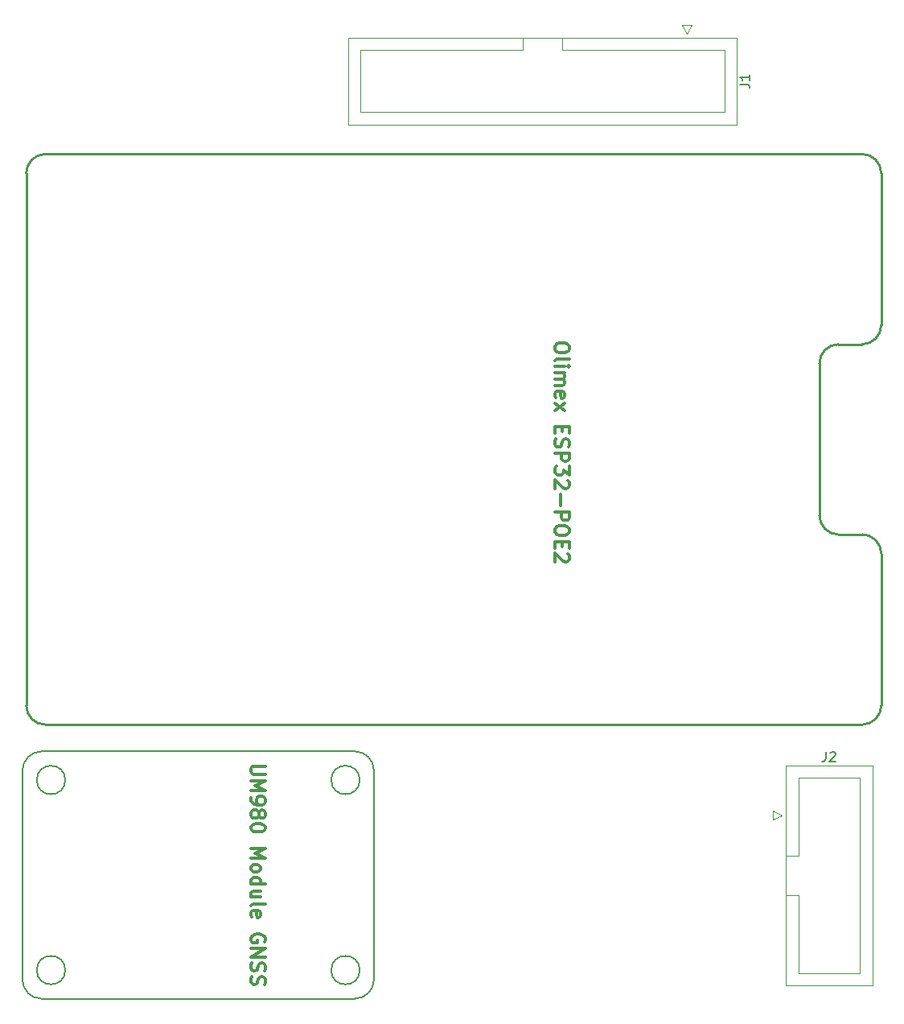
<source format=gbr>
%TF.GenerationSoftware,KiCad,Pcbnew,9.0.1*%
%TF.CreationDate,2025-05-18T15:09:49+03:00*%
%TF.ProjectId,gnss_motherboard,676e7373-5f6d-46f7-9468-6572626f6172,rev?*%
%TF.SameCoordinates,Original*%
%TF.FileFunction,Legend,Top*%
%TF.FilePolarity,Positive*%
%FSLAX46Y46*%
G04 Gerber Fmt 4.6, Leading zero omitted, Abs format (unit mm)*
G04 Created by KiCad (PCBNEW 9.0.1) date 2025-05-18 15:09:49*
%MOMM*%
%LPD*%
G01*
G04 APERTURE LIST*
%ADD10C,0.200000*%
%ADD11C,0.300000*%
%ADD12C,0.254000*%
%ADD13C,0.150000*%
%ADD14C,0.120000*%
G04 APERTURE END LIST*
D10*
X142352000Y-136821970D02*
X142352000Y-136821971D01*
X142852000Y-113821971D02*
G75*
G02*
X139852000Y-113821971I-1500000J0D01*
G01*
X139852000Y-113821971D02*
G75*
G02*
X142852000Y-113821971I1500000J0D01*
G01*
X142852000Y-133821971D02*
G75*
G02*
X139852000Y-133821971I-1500000J0D01*
G01*
X139852000Y-133821971D02*
G75*
G02*
X142852000Y-133821971I1500000J0D01*
G01*
X111852000Y-133821971D02*
G75*
G02*
X108852000Y-133821971I-1500000J0D01*
G01*
X108852000Y-133821971D02*
G75*
G02*
X111852000Y-133821971I1500000J0D01*
G01*
X111852000Y-113821971D02*
G75*
G02*
X108852000Y-113821971I-1500000J0D01*
G01*
X108852000Y-113821971D02*
G75*
G02*
X111852000Y-113821971I1500000J0D01*
G01*
X144352000Y-134821970D02*
G75*
G02*
X142352000Y-136821970I-2000000J0D01*
G01*
X109352000Y-136821971D02*
X142352000Y-136821971D01*
X109352000Y-136821971D02*
G75*
G02*
X107352000Y-134821972I-1J1999999D01*
G01*
X107352000Y-112822000D02*
X107352000Y-134821972D01*
X107352000Y-112822000D02*
G75*
G02*
X109339371Y-110821970I2000070J0D01*
G01*
X142352020Y-110821971D02*
X109339371Y-110821971D01*
X142352020Y-110821971D02*
G75*
G02*
X144351999Y-112821950I0J-1999979D01*
G01*
X144352000Y-134821970D02*
X144352000Y-112821950D01*
D11*
X132899171Y-112354510D02*
X131684885Y-112354510D01*
X131684885Y-112354510D02*
X131542028Y-112425939D01*
X131542028Y-112425939D02*
X131470600Y-112497368D01*
X131470600Y-112497368D02*
X131399171Y-112640225D01*
X131399171Y-112640225D02*
X131399171Y-112925939D01*
X131399171Y-112925939D02*
X131470600Y-113068796D01*
X131470600Y-113068796D02*
X131542028Y-113140225D01*
X131542028Y-113140225D02*
X131684885Y-113211653D01*
X131684885Y-113211653D02*
X132899171Y-113211653D01*
X131399171Y-113925939D02*
X132899171Y-113925939D01*
X132899171Y-113925939D02*
X131827742Y-114425939D01*
X131827742Y-114425939D02*
X132899171Y-114925939D01*
X132899171Y-114925939D02*
X131399171Y-114925939D01*
X131399171Y-115711654D02*
X131399171Y-115997368D01*
X131399171Y-115997368D02*
X131470600Y-116140225D01*
X131470600Y-116140225D02*
X131542028Y-116211654D01*
X131542028Y-116211654D02*
X131756314Y-116354511D01*
X131756314Y-116354511D02*
X132042028Y-116425940D01*
X132042028Y-116425940D02*
X132613457Y-116425940D01*
X132613457Y-116425940D02*
X132756314Y-116354511D01*
X132756314Y-116354511D02*
X132827742Y-116283083D01*
X132827742Y-116283083D02*
X132899171Y-116140225D01*
X132899171Y-116140225D02*
X132899171Y-115854511D01*
X132899171Y-115854511D02*
X132827742Y-115711654D01*
X132827742Y-115711654D02*
X132756314Y-115640225D01*
X132756314Y-115640225D02*
X132613457Y-115568797D01*
X132613457Y-115568797D02*
X132256314Y-115568797D01*
X132256314Y-115568797D02*
X132113457Y-115640225D01*
X132113457Y-115640225D02*
X132042028Y-115711654D01*
X132042028Y-115711654D02*
X131970600Y-115854511D01*
X131970600Y-115854511D02*
X131970600Y-116140225D01*
X131970600Y-116140225D02*
X132042028Y-116283083D01*
X132042028Y-116283083D02*
X132113457Y-116354511D01*
X132113457Y-116354511D02*
X132256314Y-116425940D01*
X132256314Y-117283082D02*
X132327742Y-117140225D01*
X132327742Y-117140225D02*
X132399171Y-117068796D01*
X132399171Y-117068796D02*
X132542028Y-116997368D01*
X132542028Y-116997368D02*
X132613457Y-116997368D01*
X132613457Y-116997368D02*
X132756314Y-117068796D01*
X132756314Y-117068796D02*
X132827742Y-117140225D01*
X132827742Y-117140225D02*
X132899171Y-117283082D01*
X132899171Y-117283082D02*
X132899171Y-117568796D01*
X132899171Y-117568796D02*
X132827742Y-117711654D01*
X132827742Y-117711654D02*
X132756314Y-117783082D01*
X132756314Y-117783082D02*
X132613457Y-117854511D01*
X132613457Y-117854511D02*
X132542028Y-117854511D01*
X132542028Y-117854511D02*
X132399171Y-117783082D01*
X132399171Y-117783082D02*
X132327742Y-117711654D01*
X132327742Y-117711654D02*
X132256314Y-117568796D01*
X132256314Y-117568796D02*
X132256314Y-117283082D01*
X132256314Y-117283082D02*
X132184885Y-117140225D01*
X132184885Y-117140225D02*
X132113457Y-117068796D01*
X132113457Y-117068796D02*
X131970600Y-116997368D01*
X131970600Y-116997368D02*
X131684885Y-116997368D01*
X131684885Y-116997368D02*
X131542028Y-117068796D01*
X131542028Y-117068796D02*
X131470600Y-117140225D01*
X131470600Y-117140225D02*
X131399171Y-117283082D01*
X131399171Y-117283082D02*
X131399171Y-117568796D01*
X131399171Y-117568796D02*
X131470600Y-117711654D01*
X131470600Y-117711654D02*
X131542028Y-117783082D01*
X131542028Y-117783082D02*
X131684885Y-117854511D01*
X131684885Y-117854511D02*
X131970600Y-117854511D01*
X131970600Y-117854511D02*
X132113457Y-117783082D01*
X132113457Y-117783082D02*
X132184885Y-117711654D01*
X132184885Y-117711654D02*
X132256314Y-117568796D01*
X132899171Y-118783082D02*
X132899171Y-118925939D01*
X132899171Y-118925939D02*
X132827742Y-119068796D01*
X132827742Y-119068796D02*
X132756314Y-119140225D01*
X132756314Y-119140225D02*
X132613457Y-119211653D01*
X132613457Y-119211653D02*
X132327742Y-119283082D01*
X132327742Y-119283082D02*
X131970600Y-119283082D01*
X131970600Y-119283082D02*
X131684885Y-119211653D01*
X131684885Y-119211653D02*
X131542028Y-119140225D01*
X131542028Y-119140225D02*
X131470600Y-119068796D01*
X131470600Y-119068796D02*
X131399171Y-118925939D01*
X131399171Y-118925939D02*
X131399171Y-118783082D01*
X131399171Y-118783082D02*
X131470600Y-118640225D01*
X131470600Y-118640225D02*
X131542028Y-118568796D01*
X131542028Y-118568796D02*
X131684885Y-118497367D01*
X131684885Y-118497367D02*
X131970600Y-118425939D01*
X131970600Y-118425939D02*
X132327742Y-118425939D01*
X132327742Y-118425939D02*
X132613457Y-118497367D01*
X132613457Y-118497367D02*
X132756314Y-118568796D01*
X132756314Y-118568796D02*
X132827742Y-118640225D01*
X132827742Y-118640225D02*
X132899171Y-118783082D01*
X131399171Y-121068795D02*
X132899171Y-121068795D01*
X132899171Y-121068795D02*
X131827742Y-121568795D01*
X131827742Y-121568795D02*
X132899171Y-122068795D01*
X132899171Y-122068795D02*
X131399171Y-122068795D01*
X131399171Y-122997367D02*
X131470600Y-122854510D01*
X131470600Y-122854510D02*
X131542028Y-122783081D01*
X131542028Y-122783081D02*
X131684885Y-122711653D01*
X131684885Y-122711653D02*
X132113457Y-122711653D01*
X132113457Y-122711653D02*
X132256314Y-122783081D01*
X132256314Y-122783081D02*
X132327742Y-122854510D01*
X132327742Y-122854510D02*
X132399171Y-122997367D01*
X132399171Y-122997367D02*
X132399171Y-123211653D01*
X132399171Y-123211653D02*
X132327742Y-123354510D01*
X132327742Y-123354510D02*
X132256314Y-123425939D01*
X132256314Y-123425939D02*
X132113457Y-123497367D01*
X132113457Y-123497367D02*
X131684885Y-123497367D01*
X131684885Y-123497367D02*
X131542028Y-123425939D01*
X131542028Y-123425939D02*
X131470600Y-123354510D01*
X131470600Y-123354510D02*
X131399171Y-123211653D01*
X131399171Y-123211653D02*
X131399171Y-122997367D01*
X131399171Y-124783082D02*
X132899171Y-124783082D01*
X131470600Y-124783082D02*
X131399171Y-124640224D01*
X131399171Y-124640224D02*
X131399171Y-124354510D01*
X131399171Y-124354510D02*
X131470600Y-124211653D01*
X131470600Y-124211653D02*
X131542028Y-124140224D01*
X131542028Y-124140224D02*
X131684885Y-124068796D01*
X131684885Y-124068796D02*
X132113457Y-124068796D01*
X132113457Y-124068796D02*
X132256314Y-124140224D01*
X132256314Y-124140224D02*
X132327742Y-124211653D01*
X132327742Y-124211653D02*
X132399171Y-124354510D01*
X132399171Y-124354510D02*
X132399171Y-124640224D01*
X132399171Y-124640224D02*
X132327742Y-124783082D01*
X132399171Y-126140225D02*
X131399171Y-126140225D01*
X132399171Y-125497367D02*
X131613457Y-125497367D01*
X131613457Y-125497367D02*
X131470600Y-125568796D01*
X131470600Y-125568796D02*
X131399171Y-125711653D01*
X131399171Y-125711653D02*
X131399171Y-125925939D01*
X131399171Y-125925939D02*
X131470600Y-126068796D01*
X131470600Y-126068796D02*
X131542028Y-126140225D01*
X131399171Y-127068796D02*
X131470600Y-126925939D01*
X131470600Y-126925939D02*
X131613457Y-126854510D01*
X131613457Y-126854510D02*
X132899171Y-126854510D01*
X131470600Y-128211653D02*
X131399171Y-128068796D01*
X131399171Y-128068796D02*
X131399171Y-127783082D01*
X131399171Y-127783082D02*
X131470600Y-127640224D01*
X131470600Y-127640224D02*
X131613457Y-127568796D01*
X131613457Y-127568796D02*
X132184885Y-127568796D01*
X132184885Y-127568796D02*
X132327742Y-127640224D01*
X132327742Y-127640224D02*
X132399171Y-127783082D01*
X132399171Y-127783082D02*
X132399171Y-128068796D01*
X132399171Y-128068796D02*
X132327742Y-128211653D01*
X132327742Y-128211653D02*
X132184885Y-128283082D01*
X132184885Y-128283082D02*
X132042028Y-128283082D01*
X132042028Y-128283082D02*
X131899171Y-127568796D01*
X132827742Y-130854510D02*
X132899171Y-130711653D01*
X132899171Y-130711653D02*
X132899171Y-130497367D01*
X132899171Y-130497367D02*
X132827742Y-130283081D01*
X132827742Y-130283081D02*
X132684885Y-130140224D01*
X132684885Y-130140224D02*
X132542028Y-130068795D01*
X132542028Y-130068795D02*
X132256314Y-129997367D01*
X132256314Y-129997367D02*
X132042028Y-129997367D01*
X132042028Y-129997367D02*
X131756314Y-130068795D01*
X131756314Y-130068795D02*
X131613457Y-130140224D01*
X131613457Y-130140224D02*
X131470600Y-130283081D01*
X131470600Y-130283081D02*
X131399171Y-130497367D01*
X131399171Y-130497367D02*
X131399171Y-130640224D01*
X131399171Y-130640224D02*
X131470600Y-130854510D01*
X131470600Y-130854510D02*
X131542028Y-130925938D01*
X131542028Y-130925938D02*
X132042028Y-130925938D01*
X132042028Y-130925938D02*
X132042028Y-130640224D01*
X131399171Y-131568795D02*
X132899171Y-131568795D01*
X132899171Y-131568795D02*
X131399171Y-132425938D01*
X131399171Y-132425938D02*
X132899171Y-132425938D01*
X131470600Y-133068796D02*
X131399171Y-133283082D01*
X131399171Y-133283082D02*
X131399171Y-133640224D01*
X131399171Y-133640224D02*
X131470600Y-133783082D01*
X131470600Y-133783082D02*
X131542028Y-133854510D01*
X131542028Y-133854510D02*
X131684885Y-133925939D01*
X131684885Y-133925939D02*
X131827742Y-133925939D01*
X131827742Y-133925939D02*
X131970600Y-133854510D01*
X131970600Y-133854510D02*
X132042028Y-133783082D01*
X132042028Y-133783082D02*
X132113457Y-133640224D01*
X132113457Y-133640224D02*
X132184885Y-133354510D01*
X132184885Y-133354510D02*
X132256314Y-133211653D01*
X132256314Y-133211653D02*
X132327742Y-133140224D01*
X132327742Y-133140224D02*
X132470600Y-133068796D01*
X132470600Y-133068796D02*
X132613457Y-133068796D01*
X132613457Y-133068796D02*
X132756314Y-133140224D01*
X132756314Y-133140224D02*
X132827742Y-133211653D01*
X132827742Y-133211653D02*
X132899171Y-133354510D01*
X132899171Y-133354510D02*
X132899171Y-133711653D01*
X132899171Y-133711653D02*
X132827742Y-133925939D01*
X131470600Y-134497367D02*
X131399171Y-134711653D01*
X131399171Y-134711653D02*
X131399171Y-135068795D01*
X131399171Y-135068795D02*
X131470600Y-135211653D01*
X131470600Y-135211653D02*
X131542028Y-135283081D01*
X131542028Y-135283081D02*
X131684885Y-135354510D01*
X131684885Y-135354510D02*
X131827742Y-135354510D01*
X131827742Y-135354510D02*
X131970600Y-135283081D01*
X131970600Y-135283081D02*
X132042028Y-135211653D01*
X132042028Y-135211653D02*
X132113457Y-135068795D01*
X132113457Y-135068795D02*
X132184885Y-134783081D01*
X132184885Y-134783081D02*
X132256314Y-134640224D01*
X132256314Y-134640224D02*
X132327742Y-134568795D01*
X132327742Y-134568795D02*
X132470600Y-134497367D01*
X132470600Y-134497367D02*
X132613457Y-134497367D01*
X132613457Y-134497367D02*
X132756314Y-134568795D01*
X132756314Y-134568795D02*
X132827742Y-134640224D01*
X132827742Y-134640224D02*
X132899171Y-134783081D01*
X132899171Y-134783081D02*
X132899171Y-135140224D01*
X132899171Y-135140224D02*
X132827742Y-135354510D01*
X164899171Y-68240225D02*
X164899171Y-68525939D01*
X164899171Y-68525939D02*
X164827742Y-68668796D01*
X164827742Y-68668796D02*
X164684885Y-68811653D01*
X164684885Y-68811653D02*
X164399171Y-68883082D01*
X164399171Y-68883082D02*
X163899171Y-68883082D01*
X163899171Y-68883082D02*
X163613457Y-68811653D01*
X163613457Y-68811653D02*
X163470600Y-68668796D01*
X163470600Y-68668796D02*
X163399171Y-68525939D01*
X163399171Y-68525939D02*
X163399171Y-68240225D01*
X163399171Y-68240225D02*
X163470600Y-68097368D01*
X163470600Y-68097368D02*
X163613457Y-67954510D01*
X163613457Y-67954510D02*
X163899171Y-67883082D01*
X163899171Y-67883082D02*
X164399171Y-67883082D01*
X164399171Y-67883082D02*
X164684885Y-67954510D01*
X164684885Y-67954510D02*
X164827742Y-68097368D01*
X164827742Y-68097368D02*
X164899171Y-68240225D01*
X163399171Y-69740225D02*
X163470600Y-69597368D01*
X163470600Y-69597368D02*
X163613457Y-69525939D01*
X163613457Y-69525939D02*
X164899171Y-69525939D01*
X163399171Y-70311653D02*
X164399171Y-70311653D01*
X164899171Y-70311653D02*
X164827742Y-70240225D01*
X164827742Y-70240225D02*
X164756314Y-70311653D01*
X164756314Y-70311653D02*
X164827742Y-70383082D01*
X164827742Y-70383082D02*
X164899171Y-70311653D01*
X164899171Y-70311653D02*
X164756314Y-70311653D01*
X163399171Y-71025939D02*
X164399171Y-71025939D01*
X164256314Y-71025939D02*
X164327742Y-71097368D01*
X164327742Y-71097368D02*
X164399171Y-71240225D01*
X164399171Y-71240225D02*
X164399171Y-71454511D01*
X164399171Y-71454511D02*
X164327742Y-71597368D01*
X164327742Y-71597368D02*
X164184885Y-71668797D01*
X164184885Y-71668797D02*
X163399171Y-71668797D01*
X164184885Y-71668797D02*
X164327742Y-71740225D01*
X164327742Y-71740225D02*
X164399171Y-71883082D01*
X164399171Y-71883082D02*
X164399171Y-72097368D01*
X164399171Y-72097368D02*
X164327742Y-72240225D01*
X164327742Y-72240225D02*
X164184885Y-72311654D01*
X164184885Y-72311654D02*
X163399171Y-72311654D01*
X163470600Y-73597368D02*
X163399171Y-73454511D01*
X163399171Y-73454511D02*
X163399171Y-73168797D01*
X163399171Y-73168797D02*
X163470600Y-73025939D01*
X163470600Y-73025939D02*
X163613457Y-72954511D01*
X163613457Y-72954511D02*
X164184885Y-72954511D01*
X164184885Y-72954511D02*
X164327742Y-73025939D01*
X164327742Y-73025939D02*
X164399171Y-73168797D01*
X164399171Y-73168797D02*
X164399171Y-73454511D01*
X164399171Y-73454511D02*
X164327742Y-73597368D01*
X164327742Y-73597368D02*
X164184885Y-73668797D01*
X164184885Y-73668797D02*
X164042028Y-73668797D01*
X164042028Y-73668797D02*
X163899171Y-72954511D01*
X163399171Y-74168796D02*
X164399171Y-74954511D01*
X164399171Y-74168796D02*
X163399171Y-74954511D01*
X164184885Y-76668796D02*
X164184885Y-77168796D01*
X163399171Y-77383082D02*
X163399171Y-76668796D01*
X163399171Y-76668796D02*
X164899171Y-76668796D01*
X164899171Y-76668796D02*
X164899171Y-77383082D01*
X163470600Y-77954511D02*
X163399171Y-78168797D01*
X163399171Y-78168797D02*
X163399171Y-78525939D01*
X163399171Y-78525939D02*
X163470600Y-78668797D01*
X163470600Y-78668797D02*
X163542028Y-78740225D01*
X163542028Y-78740225D02*
X163684885Y-78811654D01*
X163684885Y-78811654D02*
X163827742Y-78811654D01*
X163827742Y-78811654D02*
X163970600Y-78740225D01*
X163970600Y-78740225D02*
X164042028Y-78668797D01*
X164042028Y-78668797D02*
X164113457Y-78525939D01*
X164113457Y-78525939D02*
X164184885Y-78240225D01*
X164184885Y-78240225D02*
X164256314Y-78097368D01*
X164256314Y-78097368D02*
X164327742Y-78025939D01*
X164327742Y-78025939D02*
X164470600Y-77954511D01*
X164470600Y-77954511D02*
X164613457Y-77954511D01*
X164613457Y-77954511D02*
X164756314Y-78025939D01*
X164756314Y-78025939D02*
X164827742Y-78097368D01*
X164827742Y-78097368D02*
X164899171Y-78240225D01*
X164899171Y-78240225D02*
X164899171Y-78597368D01*
X164899171Y-78597368D02*
X164827742Y-78811654D01*
X163399171Y-79454510D02*
X164899171Y-79454510D01*
X164899171Y-79454510D02*
X164899171Y-80025939D01*
X164899171Y-80025939D02*
X164827742Y-80168796D01*
X164827742Y-80168796D02*
X164756314Y-80240225D01*
X164756314Y-80240225D02*
X164613457Y-80311653D01*
X164613457Y-80311653D02*
X164399171Y-80311653D01*
X164399171Y-80311653D02*
X164256314Y-80240225D01*
X164256314Y-80240225D02*
X164184885Y-80168796D01*
X164184885Y-80168796D02*
X164113457Y-80025939D01*
X164113457Y-80025939D02*
X164113457Y-79454510D01*
X164899171Y-80811653D02*
X164899171Y-81740225D01*
X164899171Y-81740225D02*
X164327742Y-81240225D01*
X164327742Y-81240225D02*
X164327742Y-81454510D01*
X164327742Y-81454510D02*
X164256314Y-81597368D01*
X164256314Y-81597368D02*
X164184885Y-81668796D01*
X164184885Y-81668796D02*
X164042028Y-81740225D01*
X164042028Y-81740225D02*
X163684885Y-81740225D01*
X163684885Y-81740225D02*
X163542028Y-81668796D01*
X163542028Y-81668796D02*
X163470600Y-81597368D01*
X163470600Y-81597368D02*
X163399171Y-81454510D01*
X163399171Y-81454510D02*
X163399171Y-81025939D01*
X163399171Y-81025939D02*
X163470600Y-80883082D01*
X163470600Y-80883082D02*
X163542028Y-80811653D01*
X164756314Y-82311653D02*
X164827742Y-82383081D01*
X164827742Y-82383081D02*
X164899171Y-82525939D01*
X164899171Y-82525939D02*
X164899171Y-82883081D01*
X164899171Y-82883081D02*
X164827742Y-83025939D01*
X164827742Y-83025939D02*
X164756314Y-83097367D01*
X164756314Y-83097367D02*
X164613457Y-83168796D01*
X164613457Y-83168796D02*
X164470600Y-83168796D01*
X164470600Y-83168796D02*
X164256314Y-83097367D01*
X164256314Y-83097367D02*
X163399171Y-82240224D01*
X163399171Y-82240224D02*
X163399171Y-83168796D01*
X163970600Y-83811652D02*
X163970600Y-84954510D01*
X163399171Y-85668795D02*
X164899171Y-85668795D01*
X164899171Y-85668795D02*
X164899171Y-86240224D01*
X164899171Y-86240224D02*
X164827742Y-86383081D01*
X164827742Y-86383081D02*
X164756314Y-86454510D01*
X164756314Y-86454510D02*
X164613457Y-86525938D01*
X164613457Y-86525938D02*
X164399171Y-86525938D01*
X164399171Y-86525938D02*
X164256314Y-86454510D01*
X164256314Y-86454510D02*
X164184885Y-86383081D01*
X164184885Y-86383081D02*
X164113457Y-86240224D01*
X164113457Y-86240224D02*
X164113457Y-85668795D01*
X164899171Y-87454510D02*
X164899171Y-87740224D01*
X164899171Y-87740224D02*
X164827742Y-87883081D01*
X164827742Y-87883081D02*
X164684885Y-88025938D01*
X164684885Y-88025938D02*
X164399171Y-88097367D01*
X164399171Y-88097367D02*
X163899171Y-88097367D01*
X163899171Y-88097367D02*
X163613457Y-88025938D01*
X163613457Y-88025938D02*
X163470600Y-87883081D01*
X163470600Y-87883081D02*
X163399171Y-87740224D01*
X163399171Y-87740224D02*
X163399171Y-87454510D01*
X163399171Y-87454510D02*
X163470600Y-87311653D01*
X163470600Y-87311653D02*
X163613457Y-87168795D01*
X163613457Y-87168795D02*
X163899171Y-87097367D01*
X163899171Y-87097367D02*
X164399171Y-87097367D01*
X164399171Y-87097367D02*
X164684885Y-87168795D01*
X164684885Y-87168795D02*
X164827742Y-87311653D01*
X164827742Y-87311653D02*
X164899171Y-87454510D01*
X164184885Y-88740224D02*
X164184885Y-89240224D01*
X163399171Y-89454510D02*
X163399171Y-88740224D01*
X163399171Y-88740224D02*
X164899171Y-88740224D01*
X164899171Y-88740224D02*
X164899171Y-89454510D01*
X164756314Y-90025939D02*
X164827742Y-90097367D01*
X164827742Y-90097367D02*
X164899171Y-90240225D01*
X164899171Y-90240225D02*
X164899171Y-90597367D01*
X164899171Y-90597367D02*
X164827742Y-90740225D01*
X164827742Y-90740225D02*
X164756314Y-90811653D01*
X164756314Y-90811653D02*
X164613457Y-90883082D01*
X164613457Y-90883082D02*
X164470600Y-90883082D01*
X164470600Y-90883082D02*
X164256314Y-90811653D01*
X164256314Y-90811653D02*
X163399171Y-89954510D01*
X163399171Y-89954510D02*
X163399171Y-90883082D01*
D12*
X197750001Y-65999999D02*
G75*
G02*
X195750000Y-68000001I-2000001J-1D01*
G01*
X195750000Y-68000000D02*
X193250002Y-67999998D01*
X109750000Y-108000000D02*
G75*
G02*
X107750000Y-105999999I0J2000000D01*
G01*
X107750000Y-49999999D02*
X107749999Y-105999999D01*
X109750000Y-108000000D02*
X195750000Y-108000000D01*
X107750000Y-49999999D02*
G75*
G02*
X109750001Y-48000000I2000000J-1D01*
G01*
X193250001Y-88000000D02*
X195750000Y-87999999D01*
X197750001Y-105999999D02*
G75*
G02*
X195750000Y-108000001I-2000001J-1D01*
G01*
X191250001Y-69999999D02*
X191250000Y-85999999D01*
X193250001Y-88000000D02*
G75*
G02*
X191250000Y-85999999I-1J2000000D01*
G01*
X195750000Y-87999999D02*
G75*
G02*
X197750001Y-89999999I0J-2000001D01*
G01*
X191250001Y-69999999D02*
G75*
G02*
X193250002Y-68000001I1999999J-1D01*
G01*
X197750000Y-89999999D02*
X197750001Y-105999999D01*
X195750000Y-47999998D02*
G75*
G02*
X197750002Y-49999999I0J-2000002D01*
G01*
X197750001Y-49999999D02*
X197750001Y-65999999D01*
X109750001Y-47999998D02*
X195750000Y-47999998D01*
D13*
X182874819Y-40663333D02*
X183589104Y-40663333D01*
X183589104Y-40663333D02*
X183731961Y-40710952D01*
X183731961Y-40710952D02*
X183827200Y-40806190D01*
X183827200Y-40806190D02*
X183874819Y-40949047D01*
X183874819Y-40949047D02*
X183874819Y-41044285D01*
X183874819Y-39663333D02*
X183874819Y-40234761D01*
X183874819Y-39949047D02*
X182874819Y-39949047D01*
X182874819Y-39949047D02*
X183017676Y-40044285D01*
X183017676Y-40044285D02*
X183112914Y-40139523D01*
X183112914Y-40139523D02*
X183160533Y-40234761D01*
X191936666Y-110874819D02*
X191936666Y-111589104D01*
X191936666Y-111589104D02*
X191889047Y-111731961D01*
X191889047Y-111731961D02*
X191793809Y-111827200D01*
X191793809Y-111827200D02*
X191650952Y-111874819D01*
X191650952Y-111874819D02*
X191555714Y-111874819D01*
X192365238Y-110970057D02*
X192412857Y-110922438D01*
X192412857Y-110922438D02*
X192508095Y-110874819D01*
X192508095Y-110874819D02*
X192746190Y-110874819D01*
X192746190Y-110874819D02*
X192841428Y-110922438D01*
X192841428Y-110922438D02*
X192889047Y-110970057D01*
X192889047Y-110970057D02*
X192936666Y-111065295D01*
X192936666Y-111065295D02*
X192936666Y-111160533D01*
X192936666Y-111160533D02*
X192889047Y-111303390D01*
X192889047Y-111303390D02*
X192317619Y-111874819D01*
X192317619Y-111874819D02*
X192936666Y-111874819D01*
D14*
%TO.C,J1*%
X141630000Y-35770000D02*
X182530000Y-35770000D01*
X141630000Y-44890000D02*
X141630000Y-35770000D01*
X142930000Y-37080000D02*
X160030000Y-37080000D01*
X142930000Y-43580000D02*
X142930000Y-37080000D01*
X160030000Y-37080000D02*
X160030000Y-35770000D01*
X160030000Y-37080000D02*
X160030000Y-37080000D01*
X164130000Y-35770000D02*
X164130000Y-37080000D01*
X164130000Y-37080000D02*
X181230000Y-37080000D01*
X176820000Y-34380000D02*
X177320000Y-35380000D01*
X177320000Y-35380000D02*
X177820000Y-34380000D01*
X177820000Y-34380000D02*
X176820000Y-34380000D01*
X181230000Y-37080000D02*
X181230000Y-43580000D01*
X181230000Y-43580000D02*
X142930000Y-43580000D01*
X182530000Y-35770000D02*
X182530000Y-44890000D01*
X182530000Y-44890000D02*
X141630000Y-44890000D01*
%TO.C,J2*%
X186320000Y-117020000D02*
X186320000Y-118020000D01*
X186320000Y-118020000D02*
X187320000Y-117520000D01*
X187320000Y-117520000D02*
X186320000Y-117020000D01*
X187710000Y-112310000D02*
X196830000Y-112310000D01*
X187710000Y-121820000D02*
X189020000Y-121820000D01*
X187710000Y-135430000D02*
X187710000Y-112310000D01*
X189020000Y-113610000D02*
X195520000Y-113610000D01*
X189020000Y-121820000D02*
X189020000Y-113610000D01*
X189020000Y-125920000D02*
X187710000Y-125920000D01*
X189020000Y-125920000D02*
X189020000Y-125920000D01*
X189020000Y-134130000D02*
X189020000Y-125920000D01*
X195520000Y-113610000D02*
X195520000Y-134130000D01*
X195520000Y-134130000D02*
X189020000Y-134130000D01*
X196830000Y-112310000D02*
X196830000Y-135430000D01*
X196830000Y-135430000D02*
X187710000Y-135430000D01*
%TD*%
M02*

</source>
